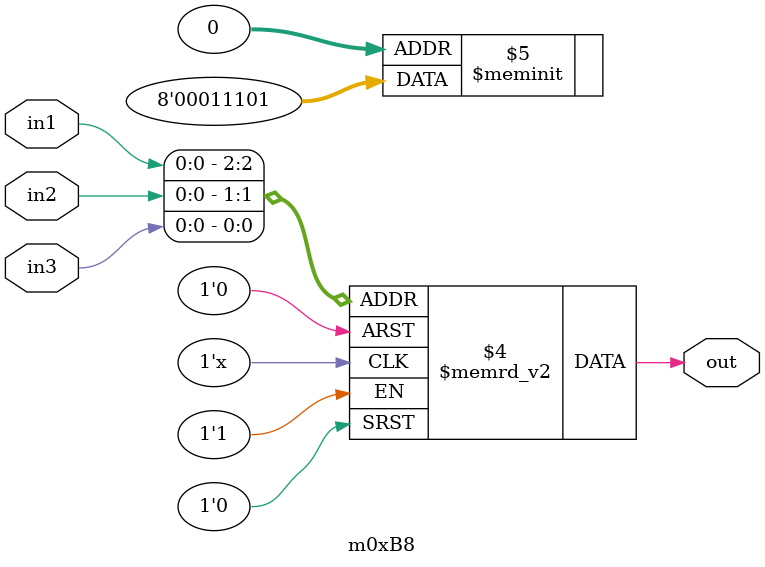
<source format=v>
module m0xB8(output out, input in1, in2, in3);

   always @(in1, in2, in3)
     begin
        case({in1, in2, in3})
          3'b000: {out} = 1'b1;
          3'b001: {out} = 1'b0;
          3'b010: {out} = 1'b1;
          3'b011: {out} = 1'b1;
          3'b100: {out} = 1'b1;
          3'b101: {out} = 1'b0;
          3'b110: {out} = 1'b0;
          3'b111: {out} = 1'b0;
        endcase // case ({in1, in2, in3})
     end // always @ (in1, in2, in3)

endmodule // m0xB8
</source>
